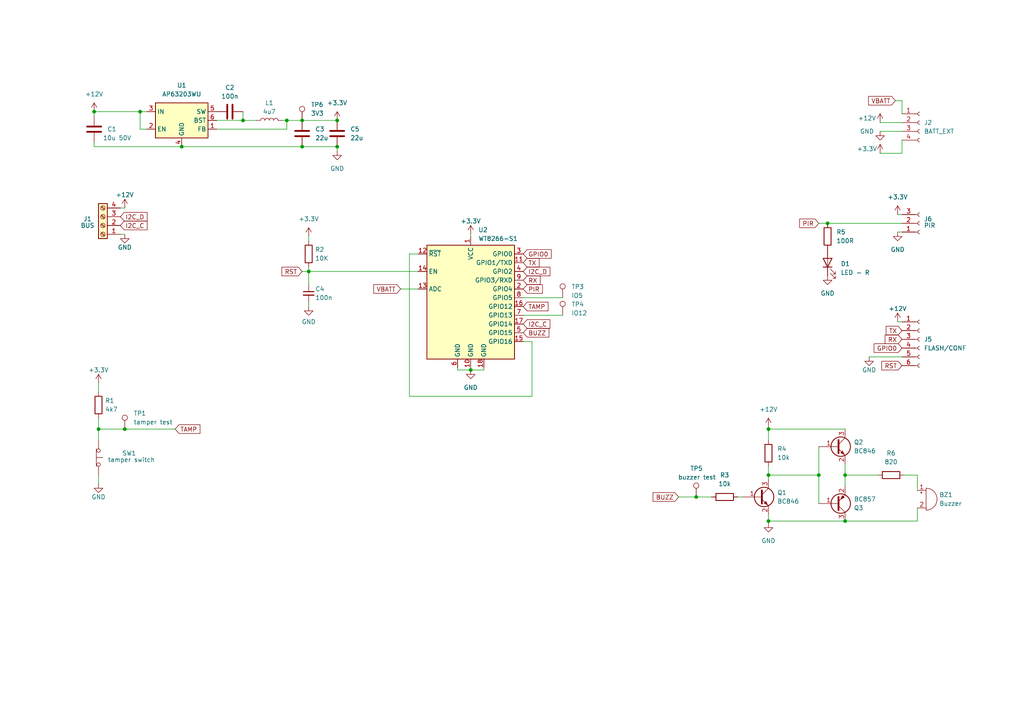
<source format=kicad_sch>
(kicad_sch (version 20230121) (generator eeschema)
  (paper "A4")
  (title_block (title "Q PIR") (rev "5") (company "Radim Kolář, Tomáš Bezányi"))
  (lib_symbols
    (symbol "+12V_1" (power) (pin_numbers hide) (pin_names (offset 0) hide)
      (property "Value" "+12V_1" (at 0 3.556 0))
      (symbol "+12V_1_0_1"
        (polyline (pts (xy -0.762 1.27) (xy 0 2.54)))
        (polyline (pts (xy 0 0) (xy 0 2.54)))
        (polyline (pts (xy 0 2.54) (xy 0.762 1.27)))
      )
      (symbol "+12V_1_1_1"
        (pin power_in line (at 0 0 90) (length 0) hide (name "+12V") (number "1"))
      )
    )
    (symbol "+12V_2" (power) (pin_numbers hide) (pin_names (offset 0) hide)
      (property "Value" "+12V_2" (at 0 3.556 0))
      (symbol "+12V_2_0_1"
        (polyline (pts (xy -0.762 1.27) (xy 0 2.54)))
        (polyline (pts (xy 0 0) (xy 0 2.54)))
        (polyline (pts (xy 0 2.54) (xy 0.762 1.27)))
      )
      (symbol "+12V_2_1_1"
        (pin power_in line (at 0 0 90) (length 0) hide (name "+12V") (number "1"))
      )
    )
    (symbol "+12V_3" (power) (pin_numbers hide) (pin_names (offset 0) hide)
      (property "Value" "+12V_3" (at 0 3.556 0))
      (symbol "+12V_3_0_1"
        (polyline (pts (xy -0.762 1.27) (xy 0 2.54)))
        (polyline (pts (xy 0 0) (xy 0 2.54)))
        (polyline (pts (xy 0 2.54) (xy 0.762 1.27)))
      )
      (symbol "+12V_3_1_1"
        (pin power_in line (at 0 0 90) (length 0) hide (name "+12V") (number "1"))
      )
    )
    (symbol "+3.3V_1" (power) (pin_numbers hide) (pin_names (offset 0) hide)
      (property "Value" "+3.3V_1" (at 0 3.556 0))
      (symbol "+3.3V_1_0_1"
        (polyline (pts (xy -0.762 1.27) (xy 0 2.54)))
        (polyline (pts (xy 0 0) (xy 0 2.54)))
        (polyline (pts (xy 0 2.54) (xy 0.762 1.27)))
      )
      (symbol "+3.3V_1_1_1"
        (pin power_in line (at 0 0 90) (length 0) hide (name "+3.3V") (number "1"))
      )
    )
    (symbol "+3.3V_2" (power) (pin_numbers hide) (pin_names (offset 0) hide)
      (property "Value" "+3.3V_2" (at 0 3.556 0))
      (symbol "+3.3V_2_0_1"
        (polyline (pts (xy -0.762 1.27) (xy 0 2.54)))
        (polyline (pts (xy 0 0) (xy 0 2.54)))
        (polyline (pts (xy 0 2.54) (xy 0.762 1.27)))
      )
      (symbol "+3.3V_2_1_1"
        (pin power_in line (at 0 0 90) (length 0) hide (name "+3.3V") (number "1"))
      )
    )
    (symbol "+3.3V_3" (power) (pin_numbers hide) (pin_names (offset 0) hide)
      (property "Value" "+3.3V_3" (at 0 3.556 0))
      (symbol "+3.3V_3_0_1"
        (polyline (pts (xy -0.762 1.27) (xy 0 2.54)))
        (polyline (pts (xy 0 0) (xy 0 2.54)))
        (polyline (pts (xy 0 2.54) (xy 0.762 1.27)))
      )
      (symbol "+3.3V_3_1_1"
        (pin power_in line (at 0 0 90) (length 0) hide (name "+3.3V") (number "1"))
      )
    )
    (symbol "+3.3V_4" (power) (pin_numbers hide) (pin_names (offset 0) hide)
      (property "Value" "+3.3V_4" (at 0 3.556 0))
      (symbol "+3.3V_4_0_1"
        (polyline (pts (xy -0.762 1.27) (xy 0 2.54)))
        (polyline (pts (xy 0 0) (xy 0 2.54)))
        (polyline (pts (xy 0 2.54) (xy 0.762 1.27)))
      )
      (symbol "+3.3V_4_1_1"
        (pin power_in line (at 0 0 90) (length 0) hide (name "+3.3V") (number "1"))
      )
    )
    (symbol "Connector:Conn_01x03_Socket" (pin_names (offset 1.016) hide)
      (property "Reference" "J" (at 0 5.08 0))
      (property "Value" "Conn_01x03_Socket" (at 0 -5.08 0))
      (symbol "Conn_01x03_Socket_1_1"
        (arc (start 0 -2.032) (mid -0.5058 -2.54) (end 0 -3.048) (stroke (width 0.1524)))
        (polyline (pts (xy -1.27 -2.54) (xy -0.508 -2.54)) (stroke (width 0.1524)))
        (polyline (pts (xy -1.27 0) (xy -0.508 0)) (stroke (width 0.1524)))
        (polyline (pts (xy -1.27 2.54) (xy -0.508 2.54)) (stroke (width 0.1524)))
        (arc (start 0 0.508) (mid -0.5058 0) (end 0 -0.508) (stroke (width 0.1524)))
        (arc (start 0 3.048) (mid -0.5058 2.54) (end 0 2.032) (stroke (width 0.1524)))
        (pin passive line (at -5.08 2.54 0) (length 3.81) (name "Pin_1") (number "1"))
        (pin passive line (at -5.08 0 0) (length 3.81) (name "Pin_2") (number "2"))
        (pin passive line (at -5.08 -2.54 0) (length 3.81) (name "Pin_3") (number "3"))
      )
    )
    (symbol "Connector:Conn_01x04_Socket" (pin_names (offset 1.016) hide)
      (property "Reference" "J" (at 0 5.08 0))
      (property "Value" "Conn_01x04_Socket" (at 0 -7.62 0))
      (symbol "Conn_01x04_Socket_1_1"
        (arc (start 0 -4.572) (mid -0.5058 -5.08) (end 0 -5.588) (stroke (width 0.1524)))
        (arc (start 0 -2.032) (mid -0.5058 -2.54) (end 0 -3.048) (stroke (width 0.1524)))
        (polyline (pts (xy -1.27 -5.08) (xy -0.508 -5.08)) (stroke (width 0.1524)))
        (polyline (pts (xy -1.27 -2.54) (xy -0.508 -2.54)) (stroke (width 0.1524)))
        (polyline (pts (xy -1.27 0) (xy -0.508 0)) (stroke (width 0.1524)))
        (polyline (pts (xy -1.27 2.54) (xy -0.508 2.54)) (stroke (width 0.1524)))
        (arc (start 0 0.508) (mid -0.5058 0) (end 0 -0.508) (stroke (width 0.1524)))
        (arc (start 0 3.048) (mid -0.5058 2.54) (end 0 2.032) (stroke (width 0.1524)))
        (pin passive line (at -5.08 2.54 0) (length 3.81) (name "Pin_1") (number "1"))
        (pin passive line (at -5.08 0 0) (length 3.81) (name "Pin_2") (number "2"))
        (pin passive line (at -5.08 -2.54 0) (length 3.81) (name "Pin_3") (number "3"))
        (pin passive line (at -5.08 -5.08 0) (length 3.81) (name "Pin_4") (number "4"))
      )
    )
    (symbol "Connector:Conn_01x06_Socket" (pin_names (offset 1.016) hide)
      (property "Reference" "J" (at 0 7.62 0))
      (property "Value" "Conn_01x06_Socket" (at 0 -10.16 0))
      (symbol "Conn_01x06_Socket_1_1"
        (arc (start 0 -7.112) (mid -0.5058 -7.62) (end 0 -8.128) (stroke (width 0.1524)))
        (arc (start 0 -4.572) (mid -0.5058 -5.08) (end 0 -5.588) (stroke (width 0.1524)))
        (arc (start 0 -2.032) (mid -0.5058 -2.54) (end 0 -3.048) (stroke (width 0.1524)))
        (polyline (pts (xy -1.27 -7.62) (xy -0.508 -7.62)) (stroke (width 0.1524)))
        (polyline (pts (xy -1.27 -5.08) (xy -0.508 -5.08)) (stroke (width 0.1524)))
        (polyline (pts (xy -1.27 -2.54) (xy -0.508 -2.54)) (stroke (width 0.1524)))
        (polyline (pts (xy -1.27 0) (xy -0.508 0)) (stroke (width 0.1524)))
        (polyline (pts (xy -1.27 2.54) (xy -0.508 2.54)) (stroke (width 0.1524)))
        (polyline (pts (xy -1.27 5.08) (xy -0.508 5.08)) (stroke (width 0.1524)))
        (arc (start 0 0.508) (mid -0.5058 0) (end 0 -0.508) (stroke (width 0.1524)))
        (arc (start 0 3.048) (mid -0.5058 2.54) (end 0 2.032) (stroke (width 0.1524)))
        (arc (start 0 5.588) (mid -0.5058 5.08) (end 0 4.572) (stroke (width 0.1524)))
        (pin passive line (at -5.08 5.08 0) (length 3.81) (name "Pin_1") (number "1"))
        (pin passive line (at -5.08 2.54 0) (length 3.81) (name "Pin_2") (number "2"))
        (pin passive line (at -5.08 0 0) (length 3.81) (name "Pin_3") (number "3"))
        (pin passive line (at -5.08 -2.54 0) (length 3.81) (name "Pin_4") (number "4"))
        (pin passive line (at -5.08 -5.08 0) (length 3.81) (name "Pin_5") (number "5"))
        (pin passive line (at -5.08 -7.62 0) (length 3.81) (name "Pin_6") (number "6"))
      )
    )
    (symbol "Connector:Screw_Terminal_01x04" (pin_names (offset 1.016) hide)
      (property "Reference" "J" (at 0 5.08 0))
      (property "Value" "Screw_Terminal_01x04" (at 0 -7.62 0))
      (symbol "Screw_Terminal_01x04_1_1"
        (rectangle (start -1.27 3.81) (end 1.27 -6.35) (stroke (width 0.254)) (fill (type background)))
        (circle (center 0 -5.08) (radius 0.635) (stroke (width 0.1524)))
        (circle (center 0 -2.54) (radius 0.635) (stroke (width 0.1524)))
        (polyline (pts (xy -0.5334 -4.7498) (xy 0.3302 -5.588)) (stroke (width 0.1524)))
        (polyline (pts (xy -0.5334 -2.2098) (xy 0.3302 -3.048)) (stroke (width 0.1524)))
        (polyline (pts (xy -0.5334 0.3302) (xy 0.3302 -0.508)) (stroke (width 0.1524)))
        (polyline (pts (xy -0.5334 2.8702) (xy 0.3302 2.032)) (stroke (width 0.1524)))
        (polyline (pts (xy -0.3556 -4.572) (xy 0.508 -5.4102)) (stroke (width 0.1524)))
        (polyline (pts (xy -0.3556 -2.032) (xy 0.508 -2.8702)) (stroke (width 0.1524)))
        (polyline (pts (xy -0.3556 0.508) (xy 0.508 -0.3302)) (stroke (width 0.1524)))
        (polyline (pts (xy -0.3556 3.048) (xy 0.508 2.2098)) (stroke (width 0.1524)))
        (circle (center 0 0) (radius 0.635) (stroke (width 0.1524)))
        (circle (center 0 2.54) (radius 0.635) (stroke (width 0.1524)))
        (pin passive line (at -5.08 2.54 0) (length 3.81) (name "Pin_1") (number "1"))
        (pin passive line (at -5.08 0 0) (length 3.81) (name "Pin_2") (number "2"))
        (pin passive line (at -5.08 -2.54 0) (length 3.81) (name "Pin_3") (number "3"))
        (pin passive line (at -5.08 -5.08 0) (length 3.81) (name "Pin_4") (number "4"))
      )
    )
    (symbol "Connector:TestPoint" (pin_numbers hide) (pin_names (offset 0.762) hide)
      (property "Reference" "TP" (at 0 6.858 0))
      (property "Value" "TestPoint" (at 0 5.08 0))
      (symbol "TestPoint_0_1"
        (circle (center 0 3.302) (radius 0.762))
      )
      (symbol "TestPoint_1_1"
        (pin passive line (at 0 0 90) (length 2.54) (name "1") (number "1"))
      )
    )
    (symbol "Device:Buzzer" (pin_names (offset 0.0254) hide)
      (property "Reference" "BZ" (at 3.81 1.27 0))
      (property "Value" "Buzzer" (at 3.81 -1.27 0))
      (symbol "Buzzer_0_1"
        (arc (start 0 -3.175) (mid 3.1612 0) (end 0 3.175))
        (polyline (pts (xy -1.651 1.905) (xy -1.143 1.905)))
        (polyline (pts (xy -1.397 2.159) (xy -1.397 1.651)))
        (polyline (pts (xy 0 3.175) (xy 0 -3.175)))
      )
      (symbol "Buzzer_1_1"
        (pin passive line (at -2.54 2.54 0) (length 2.54) (name "-") (number "1"))
        (pin passive line (at -2.54 -2.54 0) (length 2.54) (name "+") (number "2"))
      )
    )
    (symbol "Device:C" (pin_numbers hide) (pin_names (offset 0.254))
      (property "Reference" "C" (at 0.635 2.54 0))
      (property "Value" "C" (at 0.635 -2.54 0))
      (symbol "C_0_1"
        (polyline (pts (xy -2.032 -0.762) (xy 2.032 -0.762)) (stroke (width 0.508)))
        (polyline (pts (xy -2.032 0.762) (xy 2.032 0.762)) (stroke (width 0.508)))
      )
      (symbol "C_1_1"
        (pin passive line (at 0 3.81 270) (length 2.794) (name "~") (number "1"))
        (pin passive line (at 0 -3.81 90) (length 2.794) (name "~") (number "2"))
      )
    )
    (symbol "Device:C_Small" (pin_numbers hide) (pin_names (offset 0.254) hide)
      (property "Reference" "C" (at 0.254 1.778 0))
      (property "Value" "C_Small" (at 0.254 -2.032 0))
      (symbol "C_Small_0_1"
        (polyline (pts (xy -1.524 -0.508) (xy 1.524 -0.508)) (stroke (width 0.3302)))
        (polyline (pts (xy -1.524 0.508) (xy 1.524 0.508)) (stroke (width 0.3048)))
      )
      (symbol "C_Small_1_1"
        (pin passive line (at 0 2.54 270) (length 2.032) (name "~") (number "1"))
        (pin passive line (at 0 -2.54 90) (length 2.032) (name "~") (number "2"))
      )
    )
    (symbol "Device:L" (pin_numbers hide) (pin_names (offset 1.016) hide)
      (property "Reference" "L" (at -1.27 0 90))
      (property "Value" "L" (at 1.905 0 90))
      (symbol "L_0_1"
        (arc (start 0 -2.54) (mid 0.6323 -1.905) (end 0 -1.27))
        (arc (start 0 -1.27) (mid 0.6323 -0.635) (end 0 0))
        (arc (start 0 0) (mid 0.6323 0.635) (end 0 1.27))
        (arc (start 0 1.27) (mid 0.6323 1.905) (end 0 2.54))
      )
      (symbol "L_1_1"
        (pin passive line (at 0 3.81 270) (length 1.27) (name "1") (number "1"))
        (pin passive line (at 0 -3.81 90) (length 1.27) (name "2") (number "2"))
      )
    )
    (symbol "Device:LED" (pin_numbers hide) (pin_names (offset 1.016) hide)
      (property "Reference" "D" (at 0 2.54 0))
      (property "Value" "LED" (at 0 -2.54 0))
      (symbol "LED_0_1"
        (polyline (pts (xy -1.27 -1.27) (xy -1.27 1.27)) (stroke (width 0.254)))
        (polyline (pts (xy -1.27 0) (xy 1.27 0)))
        (polyline (pts (xy 1.27 -1.27) (xy 1.27 1.27) (xy -1.27 0) (xy 1.27 -1.27)) (stroke (width 0.254)))
        (polyline (pts (xy -3.048 -0.762) (xy -4.572 -2.286) (xy -3.81 -2.286) (xy -4.572 -2.286) (xy -4.572 -1.524)))
        (polyline (pts (xy -1.778 -0.762) (xy -3.302 -2.286) (xy -2.54 -2.286) (xy -3.302 -2.286) (xy -3.302 -1.524)))
      )
      (symbol "LED_1_1"
        (pin passive line (at -3.81 0 0) (length 2.54) (name "K") (number "1"))
        (pin passive line (at 3.81 0 180) (length 2.54) (name "A") (number "2"))
      )
    )
    (symbol "Device:R" (pin_numbers hide) (pin_names (offset 0))
      (property "Reference" "R" (at 2.032 0 90))
      (property "Value" "R" (at 0 0 90))
      (symbol "R_0_1"
        (rectangle (start -1.016 -2.54) (end 1.016 2.54) (stroke (width 0.254)))
      )
      (symbol "R_1_1"
        (pin passive line (at 0 3.81 270) (length 1.27) (name "~") (number "1"))
        (pin passive line (at 0 -3.81 90) (length 1.27) (name "~") (number "2"))
      )
    )
    (symbol "GND_1" (power) (pin_numbers hide) (pin_names (offset 0) hide)
      (property "Value" "GND_1" (at 0 -3.81 0))
      (symbol "GND_1_0_1"
        (polyline (pts (xy 0 0) (xy 0 -1.27) (xy 1.27 -1.27) (xy 0 -2.54) (xy -1.27 -1.27) (xy 0 -1.27)))
      )
      (symbol "GND_1_1_1"
        (pin power_in line (at 0 0 270) (length 0) hide (name "GND") (number "1"))
      )
    )
    (symbol "GND_2" (power) (pin_numbers hide) (pin_names (offset 0) hide)
      (property "Value" "GND_2" (at 0 -3.81 0))
      (symbol "GND_2_0_1"
        (polyline (pts (xy 0 0) (xy 0 -1.27) (xy 1.27 -1.27) (xy 0 -2.54) (xy -1.27 -1.27) (xy 0 -1.27)))
      )
      (symbol "GND_2_1_1"
        (pin power_in line (at 0 0 270) (length 0) hide (name "GND") (number "1"))
      )
    )
    (symbol "GND_3" (power) (pin_numbers hide) (pin_names (offset 0) hide)
      (property "Value" "GND_3" (at 0 -3.81 0))
      (symbol "GND_3_0_1"
        (polyline (pts (xy 0 0) (xy 0 -1.27) (xy 1.27 -1.27) (xy 0 -2.54) (xy -1.27 -1.27) (xy 0 -1.27)))
      )
      (symbol "GND_3_1_1"
        (pin power_in line (at 0 0 270) (length 0) hide (name "GND") (number "1"))
      )
    )
    (symbol "GND_4" (power) (pin_numbers hide) (pin_names (offset 0) hide)
      (property "Value" "GND_4" (at 0 -3.81 0))
      (symbol "GND_4_0_1"
        (polyline (pts (xy 0 0) (xy 0 -1.27) (xy 1.27 -1.27) (xy 0 -2.54) (xy -1.27 -1.27) (xy 0 -1.27)))
      )
      (symbol "GND_4_1_1"
        (pin power_in line (at 0 0 270) (length 0) hide (name "GND") (number "1"))
      )
    )
    (symbol "GND_5" (power) (pin_numbers hide) (pin_names (offset 0) hide)
      (property "Value" "GND_5" (at 0 -3.81 0))
      (symbol "GND_5_0_1"
        (polyline (pts (xy 0 0) (xy 0 -1.27) (xy 1.27 -1.27) (xy 0 -2.54) (xy -1.27 -1.27) (xy 0 -1.27)))
      )
      (symbol "GND_5_1_1"
        (pin power_in line (at 0 0 270) (length 0) hide (name "GND") (number "1"))
      )
    )
    (symbol "GND_6" (power) (pin_numbers hide) (pin_names (offset 0) hide)
      (property "Value" "GND_6" (at 0 -3.81 0))
      (symbol "GND_6_0_1"
        (polyline (pts (xy 0 0) (xy 0 -1.27) (xy 1.27 -1.27) (xy 0 -2.54) (xy -1.27 -1.27) (xy 0 -1.27)))
      )
      (symbol "GND_6_1_1"
        (pin power_in line (at 0 0 270) (length 0) hide (name "GND") (number "1"))
      )
    )
    (symbol "GND_7" (power) (pin_numbers hide) (pin_names (offset 0) hide)
      (property "Value" "GND_7" (at 0 -3.81 0))
      (symbol "GND_7_0_1"
        (polyline (pts (xy 0 0) (xy 0 -1.27) (xy 1.27 -1.27) (xy 0 -2.54) (xy -1.27 -1.27) (xy 0 -1.27)))
      )
      (symbol "GND_7_1_1"
        (pin power_in line (at 0 0 270) (length 0) hide (name "GND") (number "1"))
      )
    )
    (symbol "Regulator_Switching:AP63203WU"
      (property "Reference" "U" (at -7.62 6.35 0))
      (property "Value" "AP63203WU" (at 2.54 6.35 0))
      (symbol "AP63203WU_0_1"
        (rectangle (start -7.62 5.08) (end 7.62 -5.08) (stroke (width 0.254)) (fill (type background)))
      )
      (symbol "AP63203WU_1_1"
        (pin input line (at 10.16 -2.54 180) (length 2.54) (name "FB") (number "1"))
        (pin input line (at -10.16 -2.54 0) (length 2.54) (name "EN") (number "2"))
        (pin power_in line (at -10.16 2.54 0) (length 2.54) (name "IN") (number "3"))
        (pin power_in line (at 0 -7.62 90) (length 2.54) (name "GND") (number "4"))
        (pin output line (at 10.16 2.54 180) (length 2.54) (name "SW") (number "5"))
        (pin passive line (at 10.16 0 180) (length 2.54) (name "BST") (number "6"))
      )
    )
    (symbol "Switch:SW_Push_Open" (pin_numbers hide) (pin_names (offset 1.016) hide)
      (property "Reference" "SW" (at 0 2.54 0))
      (property "Value" "SW_Push_Open" (at 0 -1.905 0))
      (symbol "SW_Push_Open_0_1"
        (circle (center -2.032 0) (radius 0.508))
        (polyline (pts (xy -2.54 -0.635) (xy 2.54 -0.635)))
        (polyline (pts (xy 0 -0.635) (xy 0 1.27)))
        (circle (center 2.032 0) (radius 0.508))
        (pin passive line (at -5.08 0 0) (length 2.54) (name "A") (number "1"))
      )
      (symbol "SW_Push_Open_1_1"
        (pin passive line (at 5.08 0 180) (length 2.54) (name "B") (number "2"))
      )
    )
    (symbol "Transistor_BJT:BC846" (pin_names (offset 0) hide)
      (property "Reference" "Q" (at 5.08 1.905 0))
      (property "Value" "BC846" (at 5.08 0 0))
      (symbol "BC846_0_1"
        (polyline (pts (xy 0.635 0.635) (xy 2.54 2.54)))
        (polyline (pts (xy 0.635 -0.635) (xy 2.54 -2.54) (xy 2.54 -2.54)))
        (polyline (pts (xy 0.635 1.905) (xy 0.635 -1.905) (xy 0.635 -1.905)) (stroke (width 0.508)))
        (polyline (pts (xy 1.27 -1.778) (xy 1.778 -1.27) (xy 2.286 -2.286) (xy 1.27 -1.778) (xy 1.27 -1.778)) (fill (type outline)))
        (circle (center 1.27 0) (radius 2.8194) (stroke (width 0.254)))
      )
      (symbol "BC846_1_1"
        (pin input line (at -5.08 0 0) (length 5.715) (name "B") (number "1"))
        (pin passive line (at 2.54 -5.08 90) (length 2.54) (name "E") (number "2"))
        (pin passive line (at 2.54 5.08 270) (length 2.54) (name "C") (number "3"))
      )
    )
    (symbol "Transistor_BJT:BC857" (pin_names (offset 0) hide)
      (property "Reference" "Q" (at 5.08 1.905 0))
      (property "Value" "BC857" (at 5.08 0 0))
      (symbol "BC857_0_1"
        (polyline (pts (xy 0.635 0.635) (xy 2.54 2.54)))
        (polyline (pts (xy 0.635 -0.635) (xy 2.54 -2.54) (xy 2.54 -2.54)))
        (polyline (pts (xy 0.635 1.905) (xy 0.635 -1.905) (xy 0.635 -1.905)) (stroke (width 0.508)))
        (polyline (pts (xy 2.286 -1.778) (xy 1.778 -2.286) (xy 1.27 -1.27) (xy 2.286 -1.778) (xy 2.286 -1.778)) (fill (type outline)))
        (circle (center 1.27 0) (radius 2.8194) (stroke (width 0.254)))
      )
      (symbol "BC857_1_1"
        (pin input line (at -5.08 0 0) (length 5.715) (name "B") (number "1"))
        (pin passive line (at 2.54 -5.08 90) (length 2.54) (name "E") (number "2"))
        (pin passive line (at 2.54 5.08 270) (length 2.54) (name "C") (number "3"))
      )
    )
    (symbol "WT8266:WT8266-S1"
      (property "Reference" "U" (at -12.7 19.05 0))
      (property "Value" "WT8266-S1" (at 12.7 19.05 0))
      (symbol "WT8266-S1_0_1"
        (rectangle (start -12.7 17.78) (end 12.7 -15.24) (stroke (width 0.254)) (fill (type background)))
      )
      (symbol "WT8266-S1_1_1"
        (pin power_in line (at 0 20.32 270) (length 2.54) (name "VCC") (number "1"))
        (pin power_in line (at 0 -17.78 90) (length 2.54) (name "GND") (number "10"))
        (pin bidirectional line (at 15.24 12.7 180) (length 2.54) (name "GPIO1/TXD") (number "11"))
        (pin input line (at -15.24 15.24 0) (length 2.54) (name "~{RST}") (number "12"))
        (pin input line (at -15.24 5.08 0) (length 2.54) (name "ADC") (number "13"))
        (pin input line (at -15.24 10.16 0) (length 2.54) (name "EN") (number "14"))
        (pin bidirectional line (at 15.24 -10.16 180) (length 2.54) (name "GPIO16") (number "15"))
        (pin bidirectional line (at 15.24 0 180) (length 2.54) (name "GPIO12") (number "16"))
        (pin bidirectional line (at 15.24 -5.08 180) (length 2.54) (name "GPIO14") (number "17"))
        (pin power_in line (at 3.81 -17.78 90) (length 2.54) (name "GND") (number "18"))
        (pin bidirectional line (at 15.24 5.08 180) (length 2.54) (name "GPIO4") (number "2"))
        (pin bidirectional line (at 15.24 15.24 180) (length 2.54) (name "GPIO0") (number "3"))
        (pin bidirectional line (at 15.24 10.16 180) (length 2.54) (name "GPIO2") (number "4"))
        (pin bidirectional line (at 15.24 -7.62 180) (length 2.54) (name "GPIO15") (number "5"))
        (pin power_in line (at -3.81 -17.78 90) (length 2.54) (name "GND") (number "6"))
        (pin bidirectional line (at 15.24 -2.54 180) (length 2.54) (name "GPIO13") (number "7"))
        (pin bidirectional line (at 15.24 2.54 180) (length 2.54) (name "GPIO5") (number "8"))
        (pin bidirectional line (at 15.24 7.62 180) (length 2.54) (name "GPIO3/RXD") (number "9"))
      )
    )
    (symbol "power:+12V" (power) (pin_numbers hide) (pin_names (offset 0) hide)
      (property "Value" "+12V" (at 0 3.556 0))
      (symbol "+12V_0_1"
        (polyline (pts (xy -0.762 1.27) (xy 0 2.54)))
        (polyline (pts (xy 0 0) (xy 0 2.54)))
        (polyline (pts (xy 0 2.54) (xy 0.762 1.27)))
      )
      (symbol "+12V_1_1"
        (pin power_in line (at 0 0 90) (length 0) hide (name "+12V") (number "1"))
      )
    )
    (symbol "power:+3.3V" (power) (pin_numbers hide) (pin_names (offset 0) hide)
      (property "Value" "+3.3V" (at 0 3.556 0))
      (symbol "+3.3V_0_1"
        (polyline (pts (xy -0.762 1.27) (xy 0 2.54)))
        (polyline (pts (xy 0 0) (xy 0 2.54)))
        (polyline (pts (xy 0 2.54) (xy 0.762 1.27)))
      )
      (symbol "+3.3V_1_1"
        (pin power_in line (at 0 0 90) (length 0) hide (name "+3.3V") (number "1"))
      )
    )
    (symbol "power:GND" (power) (pin_numbers hide) (pin_names (offset 0) hide)
      (property "Value" "GND" (at 0 -3.81 0))
      (symbol "GND_0_1"
        (polyline (pts (xy 0 0) (xy 0 -1.27) (xy 1.27 -1.27) (xy 0 -2.54) (xy -1.27 -1.27) (xy 0 -1.27)))
      )
      (symbol "GND_1_1"
        (pin power_in line (at 0 0 270) (length 0) hide (name "GND") (number "1"))
      )
    )
  )
  (junction (at 245.11 137.795))
  (junction (at 40.64 32.385))
  (junction (at 97.79 34.925))
  (junction (at 97.79 42.545))
  (junction (at 27.305 32.385))
  (junction (at 245.11 151.13))
  (junction (at 201.93 144.145))
  (junction (at 136.525 107.315))
  (junction (at 87.63 42.545))
  (junction (at 83.185 34.925))
  (junction (at 222.885 124.46))
  (junction (at 28.575 124.46))
  (junction (at 52.705 42.545))
  (junction (at 240.03 64.77))
  (junction (at 89.535 78.74))
  (junction (at 237.49 137.795))
  (junction (at 222.885 137.795))
  (junction (at 70.485 34.925))
  (junction (at 36.195 124.46))
  (junction (at 222.885 151.13))
  (junction (at 87.63 34.925))
  (wire (pts (xy 252.095 103.505) (xy 261.62 103.505)))
  (wire (pts (xy 136.525 106.68) (xy 136.525 107.315)))
  (wire (pts (xy 42.545 37.465) (xy 40.64 37.465)))
  (wire (pts (xy 261.62 40.64) (xy 261.62 44.45)))
  (wire (pts (xy 97.79 42.545) (xy 97.79 43.815)))
  (wire (pts (xy 27.305 42.545) (xy 52.705 42.545)))
  (wire (pts (xy 151.765 91.44) (xy 163.195 91.44)))
  (wire (pts (xy 70.485 32.385) (xy 70.485 34.925)))
  (wire (pts (xy 27.305 32.385) (xy 40.64 32.385)))
  (wire (pts (xy 222.885 123.825) (xy 222.885 124.46)))
  (wire (pts (xy 136.525 68.58) (xy 136.525 67.945)))
  (wire (pts (xy 118.745 114.935) (xy 118.745 73.66)))
  (wire (pts (xy 255.27 35.56) (xy 261.62 35.56)))
  (wire (pts (xy 118.745 73.66) (xy 121.285 73.66)))
  (wire (pts (xy 260.35 67.31) (xy 261.62 67.31)))
  (wire (pts (xy 245.11 134.62) (xy 245.11 137.795)))
  (wire (pts (xy 89.535 77.47) (xy 89.535 78.74)))
  (wire (pts (xy 261.62 29.21) (xy 261.62 33.02)))
  (wire (pts (xy 196.85 144.145) (xy 201.93 144.145)))
  (wire (pts (xy 213.995 144.145) (xy 215.265 144.145)))
  (wire (pts (xy 222.885 124.46) (xy 222.885 127.635)))
  (wire (pts (xy 27.305 33.655) (xy 27.305 32.385)))
  (wire (pts (xy 222.885 137.795) (xy 222.885 135.255)))
  (wire (pts (xy 151.765 99.06) (xy 154.305 99.06)))
  (wire (pts (xy 87.63 42.545) (xy 97.79 42.545)))
  (wire (pts (xy 132.715 107.315) (xy 136.525 107.315)))
  (wire (pts (xy 83.185 34.925) (xy 81.915 34.925)))
  (wire (pts (xy 89.535 68.58) (xy 89.535 69.85)))
  (wire (pts (xy 89.535 87.63) (xy 89.535 88.9)))
  (wire (pts (xy 255.27 44.45) (xy 261.62 44.45)))
  (wire (pts (xy 89.535 78.74) (xy 121.285 78.74)))
  (wire (pts (xy 222.885 124.46) (xy 245.11 124.46)))
  (wire (pts (xy 28.575 124.46) (xy 36.195 124.46)))
  (wire (pts (xy 237.49 64.77) (xy 240.03 64.77)))
  (wire (pts (xy 266.065 142.24) (xy 266.065 137.795)))
  (wire (pts (xy 260.35 62.23) (xy 261.62 62.23)))
  (wire (pts (xy 245.11 137.795) (xy 254.635 137.795)))
  (wire (pts (xy 62.865 34.925) (xy 70.485 34.925)))
  (wire (pts (xy 266.065 137.795) (xy 262.255 137.795)))
  (wire (pts (xy 116.205 83.82) (xy 121.285 83.82)))
  (wire (pts (xy 28.575 121.285) (xy 28.575 124.46)))
  (wire (pts (xy 237.49 137.795) (xy 237.49 146.05)))
  (wire (pts (xy 222.885 137.795) (xy 237.49 137.795)))
  (wire (pts (xy 87.63 34.925) (xy 97.79 34.925)))
  (wire (pts (xy 237.49 129.54) (xy 237.49 137.795)))
  (wire (pts (xy 83.185 34.925) (xy 83.185 37.465)))
  (wire (pts (xy 52.705 42.545) (xy 87.63 42.545)))
  (wire (pts (xy 40.64 37.465) (xy 40.64 32.385)))
  (wire (pts (xy 154.305 99.06) (xy 154.305 114.935)))
  (wire (pts (xy 36.195 124.46) (xy 50.8 124.46)))
  (wire (pts (xy 259.715 29.21) (xy 261.62 29.21)))
  (wire (pts (xy 89.535 78.74) (xy 89.535 82.55)))
  (wire (pts (xy 222.885 151.13) (xy 222.885 151.765)))
  (wire (pts (xy 28.575 137.795) (xy 28.575 140.335)))
  (wire (pts (xy 36.195 67.945) (xy 34.925 67.945)))
  (wire (pts (xy 62.865 37.465) (xy 83.185 37.465)))
  (wire (pts (xy 260.35 93.345) (xy 261.62 93.345)))
  (wire (pts (xy 222.885 139.065) (xy 222.885 137.795)))
  (wire (pts (xy 70.485 34.925) (xy 74.295 34.925)))
  (wire (pts (xy 255.27 38.1) (xy 261.62 38.1)))
  (wire (pts (xy 245.11 151.13) (xy 266.065 151.13)))
  (wire (pts (xy 136.525 107.315) (xy 140.335 107.315)))
  (wire (pts (xy 27.305 41.275) (xy 27.305 42.545)))
  (wire (pts (xy 151.765 86.36) (xy 163.195 86.36)))
  (wire (pts (xy 245.11 137.795) (xy 245.11 140.97)))
  (wire (pts (xy 222.885 149.225) (xy 222.885 151.13)))
  (wire (pts (xy 140.335 106.68) (xy 140.335 107.315)))
  (wire (pts (xy 40.64 32.385) (xy 42.545 32.385)))
  (wire (pts (xy 201.93 144.145) (xy 206.375 144.145)))
  (wire (pts (xy 87.63 78.74) (xy 89.535 78.74)))
  (wire (pts (xy 28.575 111.125) (xy 28.575 113.665)))
  (wire (pts (xy 154.305 114.935) (xy 118.745 114.935)))
  (wire (pts (xy 240.03 64.77) (xy 261.62 64.77)))
  (wire (pts (xy 132.715 106.68) (xy 132.715 107.315)))
  (wire (pts (xy 266.065 151.13) (xy 266.065 147.32)))
  (wire (pts (xy 36.195 60.325) (xy 34.925 60.325)))
  (wire (pts (xy 28.575 124.46) (xy 28.575 127.635)))
  (wire (pts (xy 222.885 151.13) (xy 245.11 151.13)))
  (wire (pts (xy 83.185 34.925) (xy 87.63 34.925)))
  (global_label "RX" (shape input) (at 151.765 81.28 0) (property "Intersheetrefs" "${INTERSHEET_REFS}" (effects hide)))
  (global_label "RST" (shape input) (at 87.63 78.74 180) (property "Intersheetrefs" "${INTERSHEET_REFS}" (effects hide)))
  (global_label "RX" (shape input) (at 261.62 98.425 180) (property "Intersheetrefs" "${INTERSHEET_REFS}" (effects hide)))
  (global_label "TX" (shape input) (at 151.765 76.2 0) (property "Intersheetrefs" "${INTERSHEET_REFS}" (effects hide)))
  (global_label "I2C_C" (shape input) (at 151.765 93.98 0) (property "Intersheetrefs" "${INTERSHEET_REFS}" (effects hide)))
  (global_label "PIR" (shape input) (at 151.765 83.82 0) (property "Intersheetrefs" "${INTERSHEET_REFS}" (effects hide)))
  (global_label "PIR" (shape input) (at 237.49 64.77 180) (property "Intersheetrefs" "${INTERSHEET_REFS}" (effects hide)))
  (global_label "TAMP" (shape input) (at 50.8 124.46 0) (property "Intersheetrefs" "${INTERSHEET_REFS}" (effects hide)))
  (global_label "I2C_C" (shape input) (at 34.925 65.405 0) (property "Intersheetrefs" "${INTERSHEET_REFS}" (effects hide)))
  (global_label "VBATT" (shape input) (at 259.715 29.21 180) (property "Intersheetrefs" "${INTERSHEET_REFS}" (effects hide)))
  (global_label "VBATT" (shape input) (at 116.205 83.82 180) (property "Intersheetrefs" "${INTERSHEET_REFS}" (effects hide)))
  (global_label "TX" (shape input) (at 261.62 95.885 180) (property "Intersheetrefs" "${INTERSHEET_REFS}" (effects hide)))
  (global_label "TAMP" (shape input) (at 151.765 88.9 0) (property "Intersheetrefs" "${INTERSHEET_REFS}" (effects hide)))
  (global_label "GPIO0" (shape input) (at 261.62 100.965 180) (property "Intersheetrefs" "${INTERSHEET_REFS}" (effects hide)))
  (global_label "I2C_D" (shape input) (at 151.765 78.74 0) (property "Intersheetrefs" "${INTERSHEET_REFS}" (effects hide)))
  (global_label "RST" (shape input) (at 261.62 106.045 180) (property "Intersheetrefs" "${INTERSHEET_REFS}" (effects hide)))
  (global_label "BUZZ" (shape input) (at 196.85 144.145 180) (property "Intersheetrefs" "${INTERSHEET_REFS}" (effects hide)))
  (global_label "I2C_D" (shape input) (at 34.925 62.865 0) (property "Intersheetrefs" "${INTERSHEET_REFS}" (effects hide)))
  (global_label "BUZZ" (shape input) (at 151.765 96.52 0) (property "Intersheetrefs" "${INTERSHEET_REFS}" (effects hide)))
  (global_label "GPIO0" (shape input) (at 151.765 73.66 0) (property "Intersheetrefs" "${INTERSHEET_REFS}" (effects hide)))
  (symbol (lib_name "+12V_2") (lib_id "power:+12V") (at 222.885 123.825 0) (unit 1)
    (property "Reference" "#PWR012" (effects hide))
    (property "Value" "+12V" (at 222.885 118.745 0))
  )
  (symbol (lib_id "Device:R") (at 210.185 144.145 90) (unit 1)
    (property "Reference" "R3" (at 210.185 137.795 90))
    (property "Value" "10k" (at 210.185 140.335 90))
    (property "Footprint" "Resistor_SMD:R_0603_1608Metric" (effects hide))
  )
  (symbol (lib_id "Connector:Conn_01x03_Socket") (at 266.7 64.77 0) (mirror x) (unit 1)
    (property "Reference" "J6" (at 267.97 63.5 0) (effects (justify left)))
    (property "Value" "PIR" (at 267.97 65.405 0) (effects (justify left)))
    (property "Footprint" "Connector_PinHeader_2.54mm:PinHeader_1x03_P2.54mm_Vertical" (effects hide))
  )
  (symbol (lib_name "GND_6") (lib_id "power:GND") (at 28.575 140.335 0) (unit 1)
    (property "Reference" "#PWR03" (effects hide))
    (property "Value" "GND" (at 28.575 144.145 0))
  )
  (symbol (lib_id "Transistor_BJT:BC846") (at 220.345 144.145 0) (unit 1)
    (property "Reference" "Q1" (at 225.425 142.875 0) (effects (justify left)))
    (property "Value" "BC846" (at 225.425 145.415 0) (effects (justify left)))
    (property "Footprint" "Package_TO_SOT_SMD:SOT-23" (effects hide))
    (property "Datasheet" "https://assets.nexperia.com/documents/data-sheet/BC846_SER.pdf" (effects hide))
  )
  (symbol (lib_id "WT8266:WT8266-S1") (at 136.525 88.9 0) (unit 1)
    (property "Reference" "U2" (at 138.7191 66.675 0) (effects (justify left)))
    (property "Value" "WT8266-S1" (at 138.7191 69.215 0) (effects (justify left)))
    (property "Footprint" "WT8266:WT8266-S1" (effects hide))
    (property "Datasheet" "https://botland.cz/index.php?controller=attachment&id_attachment=1796" (effects hide))
  )
  (symbol (lib_id "Device:L") (at 78.105 34.925 90) (unit 1)
    (property "Reference" "L1" (at 78.105 29.845 90))
    (property "Value" "4u7" (at 78.105 32.385 90))
    (property "Footprint" "Inductor_SMD:L_Ferrocore_DLG-0504" (effects hide))
    (property "Datasheet" "https://www.tme.eu/Document/bda580f72a60a2225c2f6576c2740ae1/dlg-0504.pdf" (effects hide))
  )
  (symbol (lib_name "+3.3V_2") (lib_id "power:+3.3V") (at 89.535 68.58 0) (unit 1)
    (property "Reference" "#PWR06" (effects hide))
    (property "Value" "+3.3V" (at 89.535 63.5 0))
  )
  (symbol (lib_name "GND_7") (lib_id "power:GND") (at 255.27 38.1 0) (unit 1)
    (property "Reference" "#PWR018" (effects hide))
    (property "Value" "GND" (at 251.46 38.1 0))
  )
  (symbol (lib_name "+12V_3") (lib_id "power:+12V") (at 255.27 35.56 0) (unit 1)
    (property "Reference" "#PWR017" (effects hide))
    (property "Value" "+12V" (at 251.46 34.29 0))
  )
  (symbol (lib_id "Connector:Conn_01x04_Socket") (at 266.7 35.56 0) (unit 1)
    (property "Reference" "J2" (at 267.97 35.56 0) (effects (justify left)))
    (property "Value" "BATT_EXT" (at 267.97 38.1 0) (effects (justify left)))
    (property "Footprint" "Connector_PinSocket_2.54mm:PinSocket_1x04_P2.54mm_Horizontal" (effects hide))
  )
  (symbol (lib_name "+3.3V_3") (lib_id "power:+3.3V") (at 28.575 111.125 0) (unit 1)
    (property "Reference" "#PWR02" (effects hide))
    (property "Value" "+3.3V" (at 28.575 107.315 0))
  )
  (symbol (lib_id "Transistor_BJT:BC846") (at 242.57 129.54 0) (unit 1)
    (property "Reference" "Q2" (at 247.65 128.27 0) (effects (justify left)))
    (property "Value" "BC846" (at 247.65 130.81 0) (effects (justify left)))
    (property "Footprint" "Package_TO_SOT_SMD:SOT-23" (effects hide))
    (property "Datasheet" "https://assets.nexperia.com/documents/data-sheet/BC846_SER.pdf" (effects hide))
  )
  (symbol (lib_id "Device:C") (at 27.305 37.465 0) (unit 1)
    (property "Reference" "C1" (at 31.115 37.465 0) (effects (justify left)))
    (property "Value" "10u 50V" (at 29.845 40.005 0) (effects (justify left)))
    (property "Footprint" "Capacitor_SMD:CP_Elec_5x5.3" (effects hide))
    (property "Datasheet" "https://www.tme.eu/Document/aac1e387ce18b346062dc6a9fcbcf88f/sc.pdf" (effects hide))
  )
  (symbol (lib_id "Connector:TestPoint") (at 163.195 86.36 0) (unit 1)
    (property "Reference" "TP3" (at 165.735 83.185 0) (effects (justify left)))
    (property "Value" "IO5" (at 165.735 85.725 0) (effects (justify left)))
    (property "Footprint" "TestPoint:TestPoint_Pad_1.5x1.5mm" (effects hide))
  )
  (symbol (lib_name "GND_2") (lib_id "power:GND") (at 252.095 103.505 0) (mirror y) (unit 1)
    (property "Reference" "#PWR015" (effects hide))
    (property "Value" "GND" (at 252.095 107.315 0))
  )
  (symbol (lib_id "Transistor_BJT:BC857") (at 242.57 146.05 0) (mirror x) (unit 1)
    (property "Reference" "Q3" (at 247.65 147.32 0) (effects (justify left)))
    (property "Value" "BC857" (at 247.65 144.78 0) (effects (justify left)))
    (property "Footprint" "Package_TO_SOT_SMD:SOT-23" (effects hide))
    (property "Datasheet" "https://www.onsemi.com/pub/Collateral/BC860-D.pdf" (effects hide))
  )
  (symbol (lib_name "+3.3V_4") (lib_id "power:+3.3V") (at 255.27 44.45 0) (unit 1)
    (property "Reference" "#PWR019" (effects hide))
    (property "Value" "+3.3V" (at 251.46 43.18 0))
  )
  (symbol (lib_id "Connector:Conn_01x06_Socket") (at 266.7 98.425 0) (unit 1)
    (property "Reference" "J5" (at 267.97 98.425 0) (effects (justify left)))
    (property "Value" "FLASH/CONF" (at 267.97 100.965 0) (effects (justify left)))
    (property "Footprint" "Connector_PinSocket_2.54mm:PinSocket_1x06_P2.54mm_Horizontal" (effects hide))
  )
  (symbol (lib_id "power:GND") (at 89.535 88.9 0) (unit 1)
    (property "Reference" "#PWR07" (effects hide))
    (property "Value" "GND" (at 89.535 93.345 0))
  )
  (symbol (lib_id "power:+3.3V") (at 136.525 67.945 0) (unit 1)
    (property "Reference" "#PWR010" (effects hide))
    (property "Value" "+3.3V" (at 136.525 64.135 0))
  )
  (symbol (lib_id "Device:R") (at 28.575 117.475 180) (unit 1)
    (property "Reference" "R1" (at 30.48 116.205 0) (effects (justify right)))
    (property "Value" "4k7" (at 30.48 118.745 0) (effects (justify right)))
    (property "Footprint" "Resistor_SMD:R_0603_1608Metric" (effects hide))
  )
  (symbol (lib_id "Device:C") (at 66.675 32.385 90) (unit 1)
    (property "Reference" "C2" (at 66.675 25.4 90))
    (property "Value" "100n" (at 66.675 27.94 90))
    (property "Footprint" "Capacitor_SMD:C_0603_1608Metric" (effects hide))
    (property "Datasheet" "https://www.tme.eu/Document/aac1e387ce18b346062dc6a9fcbcf88f/sc.pdf" (effects hide))
  )
  (symbol (lib_id "Device:R") (at 89.535 73.66 180) (unit 1)
    (property "Reference" "R2" (at 92.71 72.39 0))
    (property "Value" "10K" (at 93.345 74.93 0))
    (property "Footprint" "Resistor_SMD:R_0603_1608Metric" (effects hide))
  )
  (symbol (lib_name "+12V_2") (lib_id "power:+12V") (at 27.305 32.385 0) (unit 1)
    (property "Reference" "#PWR01" (effects hide))
    (property "Value" "+12V" (at 27.305 27.305 0))
  )
  (symbol (lib_name "GND_4") (lib_id "power:GND") (at 260.35 67.31 0) (unit 1)
    (property "Reference" "#PWR021" (effects hide))
    (property "Value" "GND" (at 260.35 72.39 0))
  )
  (symbol (lib_id "Device:Buzzer") (at 268.605 144.78 0) (unit 1)
    (property "Reference" "BZ1" (at 272.415 143.51 0) (effects (justify left)))
    (property "Value" "Buzzer" (at 272.415 146.05 0) (effects (justify left)))
    (property "Footprint" "LPT2270AS buzzer:LPT2270AS" (effects hide))
    (property "Datasheet" "https://www.tme.eu/Document/ebee8c70ade5bd1974a0dd85960641eb/LPT2270AS-HS-12-4.0-19-R.pdf" (effects hide))
  )
  (symbol (lib_name "+12V_1") (lib_id "power:+12V") (at 36.195 60.325 0) (unit 1)
    (property "Reference" "#PWR04" (effects hide))
    (property "Value" "+12V" (at 36.195 56.515 0))
  )
  (symbol (lib_id "Regulator_Switching:AP63203WU") (at 52.705 34.925 0) (unit 1)
    (property "Reference" "U1" (at 52.705 24.765 0))
    (property "Value" "AP63203WU" (at 52.705 27.305 0))
    (property "Footprint" "Package_TO_SOT_SMD:TSOT-23-6" (effects hide))
    (property "Datasheet" "https://www.diodes.com/assets/Datasheets/AP63200-AP63201-AP63203-AP63205.pdf" (effects hide))
  )
  (symbol (lib_id "power:+12V") (at 260.35 93.345 0) (mirror y) (unit 1)
    (property "Reference" "#PWR016" (effects hide))
    (property "Value" "+12V" (at 260.35 89.535 0))
  )
  (symbol (lib_name "+3.3V_1") (lib_id "power:+3.3V") (at 260.35 62.23 0) (unit 1)
    (property "Reference" "#PWR020" (effects hide))
    (property "Value" "+3.3V" (at 260.35 57.15 0))
  )
  (symbol (lib_id "Device:R") (at 222.885 131.445 0) (unit 1)
    (property "Reference" "R4" (at 225.425 130.175 0) (effects (justify left)))
    (property "Value" "10k" (at 225.425 132.715 0) (effects (justify left)))
    (property "Footprint" "Resistor_SMD:R_0603_1608Metric" (effects hide))
  )
  (symbol (lib_id "power:+3.3V") (at 97.79 34.925 0) (unit 1)
    (property "Reference" "#PWR08" (effects hide))
    (property "Value" "+3.3V" (at 97.79 29.845 0))
  )
  (symbol (lib_name "GND_2") (lib_id "power:GND") (at 222.885 151.765 0) (unit 1)
    (property "Reference" "#PWR013" (effects hide))
    (property "Value" "GND" (at 222.885 156.845 0))
  )
  (symbol (lib_id "Device:C_Small") (at 89.535 85.09 0) (unit 1)
    (property "Reference" "C4" (at 91.44 83.82 0) (effects (justify left)))
    (property "Value" "100n" (at 91.44 86.36 0) (effects (justify left)))
    (property "Footprint" "Capacitor_SMD:C_0603_1608Metric" (effects hide))
    (property "Datasheet" "https://www.tme.eu/Document/aac1e387ce18b346062dc6a9fcbcf88f/sc.pdf" (effects hide))
  )
  (symbol (lib_id "Device:C") (at 97.79 38.735 0) (unit 1)
    (property "Reference" "C5" (at 101.6 37.465 0) (effects (justify left)))
    (property "Value" "22u" (at 101.6 40.005 0) (effects (justify left)))
    (property "Footprint" "Capacitor_SMD:C_0603_1608Metric" (effects hide))
    (property "Datasheet" "https://www.tme.eu/Document/58bb7db4269ac3ad53d1aa3c0ade9bab/GRM.pdf" (effects hide))
  )
  (symbol (lib_id "Connector:TestPoint") (at 163.195 91.44 0) (unit 1)
    (property "Reference" "TP4" (at 165.735 88.265 0) (effects (justify left)))
    (property "Value" "IO12" (at 165.735 90.805 0) (effects (justify left)))
    (property "Footprint" "TestPoint:TestPoint_Pad_1.5x1.5mm" (effects hide))
  )
  (symbol (lib_id "Device:LED") (at 240.03 76.2 90) (unit 1)
    (property "Reference" "D1" (at 243.84 76.5175 90) (effects (justify right)))
    (property "Value" "LED - R" (at 243.84 79.0575 90) (effects (justify right)))
    (property "Footprint" "LED_THT:LED_D5.0mm" (effects hide))
  )
  (symbol (lib_id "Connector:TestPoint") (at 201.93 144.145 0) (unit 1)
    (property "Reference" "TP5" (at 203.835 135.89 0) (effects (justify right)))
    (property "Value" "buzzer test" (at 207.645 138.43 0) (effects (justify right)))
    (property "Footprint" "TestPoint:TestPoint_Pad_1.5x1.5mm" (effects hide))
  )
  (symbol (lib_id "Switch:SW_Push_Open") (at 28.575 132.715 270) (unit 1)
    (property "Reference" "SW1" (at 37.465 131.445 90))
    (property "Value" "tamper switch" (at 38.1 133.35 90))
    (property "Footprint" "Button_Switch_THT:SW_PUSH_6mm" (effects hide))
  )
  (symbol (lib_id "Device:C") (at 87.63 38.735 0) (unit 1)
    (property "Reference" "C3" (at 91.44 37.465 0) (effects (justify left)))
    (property "Value" "22u" (at 91.44 40.005 0) (effects (justify left)))
    (property "Footprint" "Capacitor_SMD:C_0603_1608Metric" (effects hide))
    (property "Datasheet" "https://www.tme.eu/Document/58bb7db4269ac3ad53d1aa3c0ade9bab/GRM.pdf" (effects hide))
  )
  (symbol (lib_id "Device:R") (at 258.445 137.795 90) (unit 1)
    (property "Reference" "R6" (at 258.445 131.445 90))
    (property "Value" "820" (at 258.445 133.985 90))
    (property "Footprint" "Resistor_SMD:R_0603_1608Metric" (effects hide))
  )
  (symbol (lib_id "Connector:TestPoint") (at 87.63 34.925 0) (unit 1)
    (property "Reference" "TP6" (at 90.17 30.353 0) (effects (justify left)))
    (property "Value" "3V3" (at 90.17 32.893 0) (effects (justify left)))
    (property "Footprint" "TestPoint:TestPoint_Pad_1.5x1.5mm" (effects hide))
  )
  (symbol (lib_name "GND_3") (lib_id "power:GND") (at 240.03 80.01 0) (unit 1)
    (property "Reference" "#PWR014" (effects hide))
    (property "Value" "GND" (at 240.03 85.09 0))
  )
  (symbol (lib_id "Connector:Screw_Terminal_01x04") (at 29.845 65.405 180) (unit 1)
    (property "Reference" "J1" (at 25.4 63.5 0))
    (property "Value" "BUS" (at 25.4 65.405 0))
    (property "Footprint" "TerminalBlock:TerminalBlock_Altech_AK300-4_P5.00mm" (effects hide))
  )
  (symbol (lib_name "GND_2") (lib_id "power:GND") (at 136.525 107.315 0) (unit 1)
    (property "Reference" "#PWR011" (effects hide))
    (property "Value" "GND" (at 136.525 112.395 0))
  )
  (symbol (lib_name "GND_5") (lib_id "power:GND") (at 97.79 43.815 0) (unit 1)
    (property "Reference" "#PWR09" (effects hide))
    (property "Value" "GND" (at 97.79 48.895 0))
  )
  (symbol (lib_id "Device:R") (at 240.03 68.58 0) (unit 1)
    (property "Reference" "R5" (at 242.57 67.31 0) (effects (justify left)))
    (property "Value" "100R" (at 242.57 69.85 0) (effects (justify left)))
    (property "Footprint" "Resistor_SMD:R_0603_1608Metric" (effects hide))
  )
  (symbol (lib_id "Connector:TestPoint") (at 36.195 124.46 0) (unit 1)
    (property "Reference" "TP1" (at 38.735 119.888 0) (effects (justify left)))
    (property "Value" "tamper test" (at 38.735 122.428 0) (effects (justify left)))
    (property "Footprint" "TestPoint:TestPoint_Pad_1.5x1.5mm" (effects hide))
  )
  (symbol (lib_name "GND_1") (lib_id "power:GND") (at 36.195 67.945 0) (unit 1)
    (property "Reference" "#PWR05" (effects hide))
    (property "Value" "GND" (at 36.195 71.755 0))
  )
)
</source>
